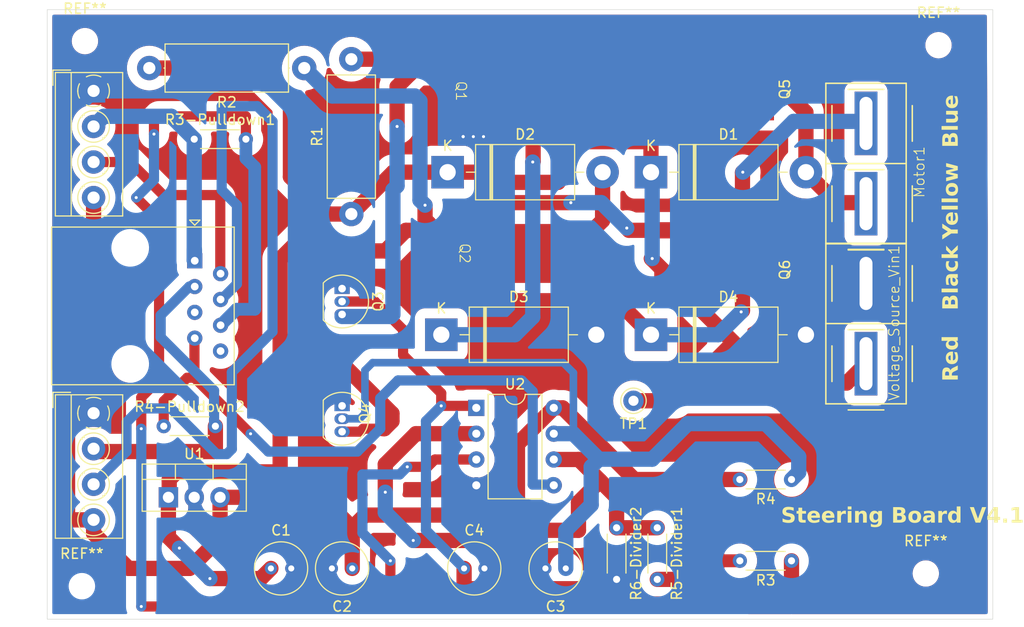
<source format=kicad_pcb>
(kicad_pcb (version 20221018) (generator pcbnew)
  (title_block (date "22 February 2025") (rev "8"))
  (layers (0 "F.Cu" signal) (31 "B.Cu" signal) (34 "B.Paste" user) (35 "F.Paste" user) (36 "B.SilkS" user "B.Silkscreen") (37 "F.SilkS" user "F.Silkscreen") (38 "B.Mask" user) (39 "F.Mask" user) (44 "Edge.Cuts" user))
  (net 0 "")
  (net 1 "V_{Supply}")
  (net 2 "GND")
  (net 3 "5 VDC")
  (net 4 "Net-(Q4-G)")
  (net 5 "Net-(Q3-G)")
  (net 6 "/L_Sense")
  (net 7 "Net-(Q1-G)")
  (net 8 "Net-(Q2-G)")
  (net 9 "/R_TN")
  (net 10 "L_TN")
  (net 11 "1.8 VDC")
  (net 14 "LOAD_LEFT")
  (net 15 "LOAD_RIGHT")
  (net 16 "/R_Sense")
  (net 17 "/L_RTN")
  (net 18 "/R_RTN")
  (footprint "Connector_RJ:RJ45_Amphenol_54602-x08_Horizontal" (layer "F.Cu") (at 29.6 40.2175 -90)
    (fp_text reference "RJ1" hide)
    (fp_text value "RJ45" hide)
    (pad "" np_thru_hole circle (at -1.27 6.35 270) (size 3.2 3.2) (drill 3.2) (layers "F&B.Cu" "*.Mask"))
    (pad "" np_thru_hole circle (at 10.16 6.35 270) (size 3.2 3.2) (drill 3.2) (layers "F&B.Cu" "*.Mask"))
    (pad "1" thru_hole rect (at 0 0 270) (size 1.5 1.5) (drill 0.76) (layers "*.Cu" "*.Mask") (net 17 "/L_RTN"))
    (pad "2" thru_hole circle (at 1.27 -2.54 270) (size 1.5 1.5) (drill 0.76) (layers "*.Cu" "*.Mask") (net 6 "/L_Sense"))
    (pad "3" thru_hole circle (at 2.54 0 270) (size 1.5 1.5) (drill 0.76) (layers "*.Cu" "*.Mask") (net 18 "/R_RTN"))
    (pad "4" thru_hole circle (at 3.81 -2.54 270) (size 1.5 1.5) (drill 0.76) (layers "*.Cu" "*.Mask") (net 16 "/R_Sense"))
    (pad "5" thru_hole circle (at 5.08 0 270) (size 1.5 1.5) (drill 0.76) (layers "*.Cu" "*.Mask"))
    (pad "6" thru_hole circle (at 6.35 -2.54 270) (size 1.5 1.5) (drill 0.76) (layers "*.Cu" "*.Mask") (net 9 "/R_TN"))
    (pad "7" thru_hole circle (at 7.62 0 270) (size 1.5 1.5) (drill 0.76) (layers "*.Cu" "*.Mask") (net 10 "L_TN"))
    (pad "8" thru_hole circle (at 8.89 -2.54 270) (size 1.5 1.5) (drill 0.76) (layers "*.Cu" "*.Mask"))
  )
  (footprint "AOD66406:AOD66406" (layer "F.Cu") (at 55.01 39.5 -90)
    (fp_text reference "Q2" (at -0.01 -1.15 -90 unlocked) (layer "F.SilkS") (effects (font (thickness 0.1))))
    (fp_text value "AOD66406")
    (pad "1" smd rect (at -0.0002 -7.87 270) (size 5.8 6.2) (layers "F.Cu" "F.Paste" "F.Mask") (net 15 "LOAD_RIGHT"))
    (pad "2" smd rect (at -2.2802 -0.69 270) (size 1.6 3) (layers "F.Cu" "F.Paste" "F.Mask") (net 8 "Net-(Q2-G)"))
    (pad "3" smd rect (at 2.2798 -0.69 270) (size 1.6 3) (layers "F.Cu" "F.Paste" "F.Mask") (net 2 "GND"))
  )
  (footprint "Resistor_THT:R_Axial_DIN0204_L3.6mm_D1.6mm_P5.08mm_Horizontal" (layer "F.Cu") (at 26.55 56.5)
    (fp_text reference "R4-Pulldown2" (at 2.54 -1.92) (layer "F.SilkS"))
    (fp_text value "10K")
    (pad "1" thru_hole circle (at 0 0) (size 1.4 1.4) (drill 0.7) (layers "*.Cu" "*.Mask") (net 10 "L_TN"))
    (pad "2" thru_hole oval (at 5.08 0) (size 1.4 1.4) (drill 0.7) (layers "*.Cu" "*.Mask") (net 18 "/R_RTN"))
  )
  (footprint "Resistor_THT:R_Axial_DIN0414_L11.9mm_D4.5mm_P15.24mm_Horizontal" (layer "F.Cu") (at 40.37 21.25 180)
    (fp_text reference "R2" (at 7.62 -3.37 180) (layer "F.SilkS"))
    (fp_text value "1K")
    (pad "1" thru_hole circle (at 0 0 180) (size 2.4 2.4) (drill 1.2) (layers "*.Cu" "*.Mask") (net 8 "Net-(Q2-G)"))
    (pad "2" thru_hole oval (at 15.24 0 180) (size 2.4 2.4) (drill 1.2) (layers "*.Cu" "*.Mask") (net 1 "V_{Supply}"))
  )
  (footprint "TerminalBlock_MetzConnect:TerminalBlock_MetzConnect_Type059_RT06304HBWC_1x04_P3.50mm_Horizontal" (layer "F.Cu") (at 19.65 55.22 -90)
    (fp_text reference "Right1" hide)
    (fp_text value "Screw_Terminal_01x04")
    (pad "1" thru_hole rect (at 0 0 270) (size 2.3 2.3) (drill 1.2) (layers "*.Cu" "*.Mask") (net 2 "GND"))
    (pad "2" thru_hole circle (at 3.5 0 270) (size 2.3 2.3) (drill 1.2) (layers "*.Cu" "*.Mask") (net 18 "/R_RTN"))
    (pad "3" thru_hole circle (at 7 0 270) (size 2.3 2.3) (drill 1.2) (layers "*.Cu" "*.Mask") (net 16 "/R_Sense"))
    (pad "4" thru_hole circle (at 10.5 0 270) (size 2.3 2.3) (drill 1.2) (layers "*.Cu" "*.Mask") (net 3 "5 VDC"))
  )
  (footprint "Package_TO_SOT_THT:TO-220-3_Vertical" (layer "F.Cu") (at 27.01 63.5)
    (fp_text reference "U1" (at 2.54 -4.27) (layer "F.SilkS"))
    (fp_text value "L7805")
    (pad "1" thru_hole rect (at 0 0) (size 1.905 2) (drill 1.1) (layers "*.Cu" "*.Mask") (net 1 "V_{Supply}"))
    (pad "2" thru_hole oval (at 2.54 0) (size 1.905 2) (drill 1.1) (layers "*.Cu" "*.Mask") (net 2 "GND"))
    (pad "3" thru_hole oval (at 5.08 0) (size 1.905 2) (drill 1.1) (layers "*.Cu" "*.Mask") (net 3 "5 VDC"))
  )
  (footprint "Connector_Pin:Pin_D1.0mm_L10.0mm" (layer "F.Cu") (at 72.75 54)
    (fp_text reference "TP1" (at 0 2.25) (layer "F.SilkS"))
    (fp_text value "TestPoint")
    (pad "1" thru_hole circle (at 0 0) (size 2 2) (drill 1) (layers "*.Cu" "*.Mask") (net 1 "V_{Supply}"))
  )
  (footprint "TerminalBlock_MetzConnect:TerminalBlock_MetzConnect_Type059_RT06304HBWC_1x04_P3.50mm_Horizontal" (layer "F.Cu") (at 19.65 23.5 -90)
    (fp_text reference "Left1" hide)
    (fp_text value "Screw_Terminal_01x04")
    (pad "1" thru_hole rect (at 0 0 270) (size 2.3 2.3) (drill 1.2) (layers "*.Cu" "*.Mask") (net 2 "GND"))
    (pad "2" thru_hole circle (at 3.5 0 270) (size 2.3 2.3) (drill 1.2) (layers "*.Cu" "*.Mask") (net 17 "/L_RTN"))
    (pad "3" thru_hole circle (at 7 0 270) (size 2.3 2.3) (drill 1.2) (layers "*.Cu" "*.Mask") (net 6 "/L_Sense"))
    (pad "4" thru_hole circle (at 10.5 0 270) (size 2.3 2.3) (drill 1.2) (layers "*.Cu" "*.Mask") (net 3 "5 VDC"))
  )
  (footprint "Package_TO_SOT_THT:TO-92_Inline" (layer "F.Cu") (at 44.09 42.96 -90)
    (fp_text reference "Q3" (at 1.27 -3.56 90) (layer "F.SilkS"))
    (fp_text value "2N7000")
    (pad "1" thru_hole rect (at 0 0 270) (size 1.05 1.5) (drill 0.75) (layers "*.Cu" "*.Mask") (net 2 "GND"))
    (pad "2" thru_hole oval (at 1.27 0 270) (size 1.05 1.5) (drill 0.75) (layers "*.Cu" "*.Mask") (net 5 "Net-(Q3-G)"))
    (pad "3" thru_hole oval (at 2.54 0 270) (size 1.05 1.5) (drill 0.75) (layers "*.Cu" "*.Mask") (net 7 "Net-(Q1-G)"))
  )
  (footprint "MountingHole:MountingHole_2.1mm" (layer "F.Cu") (at 101.5 71)
    (fp_text reference "REF**" (at 0 -3.2) (layer "F.SilkS"))
    (fp_text value "MountingHole_2.1mm")
    (pad "" np_thru_hole circle (at 0 0) (size 2.1 2.1) (drill 2.1) (layers "F&B.Cu" "*.Mask"))
  )
  (footprint "Diode_THT:D_DO-201AD_P15.24mm_Horizontal" (layer "F.Cu") (at 54.47 31.5)
    (fp_text reference "D2" (at 7.62 -3.72) (layer "F.SilkS"))
    (fp_text value "SB5H100")
    (fp_text user "K" (at 0 -2.6) (layer "F.SilkS"))
    (pad "1" thru_hole rect (at 0 0) (size 3.2 3.2) (drill 1.6) (layers "*.Cu" "*.Mask") (net 1 "V_{Supply}"))
    (pad "2" thru_hole oval (at 15.24 0) (size 3.2 3.2) (drill 1.6) (layers "*.Cu" "*.Mask") (net 15 "LOAD_RIGHT"))
  )
  (footprint "Diode_THT:D_DO-201AD_P15.24mm_Horizontal" (layer "F.Cu") (at 53.85 47.5)
    (fp_text reference "D3" (at 7.62 -3.72) (layer "F.SilkS"))
    (fp_text value "SB5H100")
    (fp_text user "K" (at 0 -2.6) (layer "F.SilkS"))
    (pad "1" thru_hole rect (at 0 0) (size 3.2 3.2) (drill 1.6) (layers "*.Cu" "*.Mask") (net 14 "LOAD_LEFT"))
    (pad "2" thru_hole oval (at 15.24 0) (size 3.2 3.2) (drill 1.6) (layers "*.Cu" "*.Mask") (net 2 "GND"))
  )
  (footprint "Resistor_THT:R_Axial_DIN0414_L11.9mm_D4.5mm_P15.24mm_Horizontal" (layer "F.Cu") (at 45 35.62 90)
    (fp_text reference "R1" (at 7.62 -3.37 90) (layer "F.SilkS"))
    (fp_text value "1K")
    (pad "1" thru_hole circle (at 0 0 90) (size 2.4 2.4) (drill 1.2) (layers "*.Cu" "*.Mask") (net 1 "V_{Supply}"))
    (pad "2" thru_hole oval (at 15.24 0 90) (size 2.4 2.4) (drill 1.2) (layers "*.Cu" "*.Mask") (net 7 "Net-(Q1-G)"))
  )
  (footprint "Resistor_THT:R_Axial_DIN0204_L3.6mm_D1.6mm_P5.08mm_Horizontal" (layer "F.Cu") (at 88.29 61.75 180)
    (fp_text reference "R4" (at 2.54 -1.92 180) (layer "F.SilkS"))
    (fp_text value "10k")
    (pad "1" thru_hole circle (at 0 0 180) (size 1.4 1.4) (drill 0.7) (layers "*.Cu" "*.Mask") (net 4 "Net-(Q4-G)"))
    (pad "2" thru_hole oval (at 5.08 0 180) (size 1.4 1.4) (drill 0.7) (layers "*.Cu" "*.Mask") (net 3 "5 VDC"))
  )
  (footprint "Capacitor_THT:C_Radial_D5.0mm_H7.0mm_P2.00mm" (layer "F.Cu") (at 56.09 70.5)
    (fp_text reference "C4" (at 1 -3.75) (layer "F.SilkS"))
    (fp_text value "10pF")
    (pad "1" thru_hole circle (at 0 0) (size 1.2 1.2) (drill 0.6) (layers "*.Cu" "*.Mask") (net 5 "Net-(Q3-G)"))
    (pad "2" thru_hole circle (at 2 0) (size 1.2 1.2) (drill 0.6) (layers "*.Cu" "*.Mask") (net 2 "GND"))
  )
  (footprint "Package_DIP:DIP-8_W7.62mm" (layer "F.Cu") (at 57.29 54.7)
    (fp_text reference "U2" (at 3.81 -2.33) (layer "F.SilkS"))
    (fp_text value "LM393")
    (pad "1" thru_hole rect (at 0 0) (size 1.6 1.6) (drill 0.8) (layers "*.Cu" "*.Mask") (net 5 "Net-(Q3-G)"))
    (pad "2" thru_hole oval (at 0 2.54) (size 1.6 1.6) (drill 0.8) (layers "*.Cu" "*.Mask") (net 11 "1.8 VDC"))
    (pad "3" thru_hole oval (at 0 5.08) (size 1.6 1.6) (drill 0.8) (layers "*.Cu" "*.Mask") (net 9 "/R_TN"))
    (pad "4" thru_hole oval (at 0 7.62) (size 1.6 1.6) (drill 0.8) (layers "*.Cu" "*.Mask") (net 2 "GND"))
    (pad "5" thru_hole oval (at 7.62 7.62) (size 1.6 1.6) (drill 0.8) (layers "*.Cu" "*.Mask") (net 10 "L_TN"))
    (pad "6" thru_hole oval (at 7.62 5.08) (size 1.6 1.6) (drill 0.8) (layers "*.Cu" "*.Mask") (net 11 "1.8 VDC"))
    (pad "7" thru_hole oval (at 7.62 2.54) (size 1.6 1.6) (drill 0.8) (layers "*.Cu" "*.Mask") (net 4 "Net-(Q4-G)"))
    (pad "8" thru_hole oval (at 7.62 0) (size 1.6 1.6) (drill 0.8) (layers "*.Cu" "*.Mask") (net 3 "5 VDC"))
  )
  (footprint "Anderson_Connector:Anderson_Conn" (layer "F.Cu") (at 101.83 30.65 90)
    (fp_text reference "Motor1" (at -0.84 -0.9625 90 unlocked) (layer "F.SilkS") (effects (font (thickness 0.1))))
    (fp_text value "Conn_01x02")
    (pad "1" thru_hole rect (at -3.95 -6.21 90) (size 6.25 2.25) (drill oval 5.23 1.27) (layers "*.Cu" "*.Mask") (net 14 "LOAD_LEFT"))
    (pad "2" thru_hole rect (at 3.95 -6.21 90) (size 6.25 2.25) (drill oval 5.23 1.27) (layers "*.Cu" "*.Mask") (net 15 "LOAD_RIGHT"))
  )
  (footprint "Capacitor_THT:C_Radial_D5.0mm_H7.0mm_P2.00mm" (layer "F.Cu") (at 66.09 70.5 180)
    (fp_text reference "C3" (at 1 -3.75) (layer "F.SilkS"))
    (fp_text value "10pF")
    (pad "1" thru_hole circle (at 0 0 180) (size 1.2 1.2) (drill 0.6) (layers "*.Cu" "*.Mask") (net 4 "Net-(Q4-G)"))
    (pad "2" thru_hole circle (at 2 0 180) (size 1.2 1.2) (drill 0.6) (layers "*.Cu" "*.Mask") (net 2 "GND"))
  )
  (footprint "Resistor_THT:R_Axial_DIN0204_L3.6mm_D1.6mm_P5.08mm_Horizontal" (layer "F.Cu") (at 71.09 66.5 -90)
    (fp_text reference "R6-Divider2" (at 2.54 -1.92 90) (layer "F.SilkS"))
    (fp_text value "4.7K")
    (pad "1" thru_hole circle (at 0 0 270) (size 1.4 1.4) (drill 0.7) (layers "*.Cu" "*.Mask") (net 11 "1.8 VDC"))
    (pad "2" thru_hole oval (at 5.08 0 270) (size 1.4 1.4) (drill 0.7) (layers "*.Cu" "*.Mask") (net 2 "GND"))
  )
  (footprint "MountingHole:MountingHole_2.1mm" (layer "F.Cu") (at 18.8 18.6)
    (fp_text reference "REF**" (at 0 -3.2) (layer "F.SilkS"))
    (fp_text value "MountingHole_2.1mm")
    (pad "" np_thru_hole circle (at 0 0) (size 2.1 2.1) (drill 2.1) (layers "F&B.Cu" "*.Mask"))
  )
  (footprint "Capacitor_THT:C_Radial_D5.0mm_H7.0mm_P2.00mm" (layer "F.Cu") (at 45.09 70.5 180)
    (fp_text reference "C2" (at 1 -3.75) (layer "F.SilkS"))
    (fp_text value "0.1uF")
    (pad "1" thru_hole circle (at 0 0 180) (size 1.2 1.2) (drill 0.6) (layers "*.Cu" "*.Mask") (net 3 "5 VDC"))
    (pad "2" thru_hole circle (at 2 0 180) (size 1.2 1.2) (drill 0.6) (layers "*.Cu" "*.Mask") (net 2 "GND"))
  )
  (footprint "Anderson_Connector:Anderson_Conn" (layer "F.Cu") (at 101.83 46.4 90)
    (fp_text reference "Voltage_Source_Vin1" (at 0.05 -3.44 90 unlocked) (layer "F.SilkS") (effects (font (thickness 0.1))))
    (fp_text value "Conn_01x02")
    (pad "1" thru_hole rect (at -3.95 -6.21 90) (size 6.25 2.25) (drill oval 5.23 1.27) (layers "*.Cu" "*.Mask") (net 1 "V_{Supply}"))
    (pad "2" thru_hole rect (at 3.95 -6.21 90) (size 6.25 2.25) (drill oval 5.23 1.27) (layers "*.Cu" "*.Mask") (net 2 "GND"))
  )
  (footprint "Resistor_THT:R_Axial_DIN0204_L3.6mm_D1.6mm_P5.08mm_Horizontal" (layer "F.Cu") (at 29.55 28.25)
    (fp_text reference "R3-Pulldown1" (at 2.54 -1.92) (layer "F.SilkS"))
    (fp_text value "10K")
    (pad "1" thru_hole circle (at 0 0) (size 1.4 1.4) (drill 0.7) (layers "*.Cu" "*.Mask") (net 17 "/L_RTN"))
    (pad "2" thru_hole oval (at 5.08 0) (size 1.4 1.4) (drill 0.7) (layers "*.Cu" "*.Mask") (net 9 "/R_TN"))
  )
  (footprint "Package_TO_SOT_THT:TO-92_Inline" (layer "F.Cu") (at 44.09 54.5 -90)
    (fp_text reference "Q4" (at 0.75 -2.25 90) (layer "F.SilkS"))
    (fp_text value "2N7000")
    (pad "1" thru_hole rect (at 0 0 270) (size 1.05 1.5) (drill 0.75) (layers "*.Cu" "*.Mask") (net 2 "GND"))
    (pad "2" thru_hole oval (at 1.27 0 270) (size 1.05 1.5) (drill 0.75) (layers "*.Cu" "*.Mask") (net 4 "Net-(Q4-G)"))
    (pad "3" thru_hole oval (at 2.54 0 270) (size 1.05 1.5) (drill 0.75) (layers "*.Cu" "*.Mask") (net 8 "Net-(Q2-G)"))
  )
  (footprint "AOD4189:DPACK" (layer "F.Cu") (at 81.09 39.5 -90)
    (fp_text reference "Q6" (at 1.61 -6.54 90) (layer "F.SilkS"))
    (fp_text value "AOD4189")
    (pad "1" smd rect (at -2.28 4.8 270) (size 1.6 3) (layers "F.Cu" "F.Paste" "F.Mask") (net 8 "Net-(Q2-G)"))
    (pad "3" smd rect (at 2.28 4.8 270) (size 1.6 3) (layers "F.Cu" "F.Paste" "F.Mask") (net 1 "V_{Supply}"))
    (pad "4" smd rect (at 0 -2.38 270) (size 5.8 6.2) (layers "F.Cu" "F.Paste" "F.Mask") (net 15 "LOAD_RIGHT"))
  )
  (footprint "Resistor_THT:R_Axial_DIN0204_L3.6mm_D1.6mm_P5.08mm_Horizontal" (layer "F.Cu") (at 88.29 69.75 180)
    (fp_text reference "R3" (at 2.54 -1.92 180) (layer "F.SilkS"))
    (fp_text value "10k")
    (pad "1" thru_hole circle (at 0 0 180) (size 1.4 1.4) (drill 0.7) (layers "*.Cu" "*.Mask") (net 5 "Net-(Q3-G)"))
    (pad "2" thru_hole oval (at 5.08 0 180) (size 1.4 1.4) (drill 0.7) (layers "*.Cu" "*.Mask") (net 3 "5 VDC"))
  )
  (footprint "Diode_THT:D_DO-201AD_P15.24mm_Horizontal" (layer "F.Cu") (at 74.47 47.5)
    (fp_text reference "D4" (at 7.62 -3.72) (layer "F.SilkS"))
    (fp_text value "SB5H100")
    (fp_text user "K" (at 0 -2.6) (layer "F.SilkS"))
    (pad "1" thru_hole rect (at 0 0) (size 3.2 3.2) (drill 1.6) (layers "*.Cu" "*.Mask") (net 15 "LOAD_RIGHT"))
    (pad "2" thru_hole oval (at 15.24 0) (size 3.2 3.2) (drill 1.6) (layers "*.Cu" "*.Mask") (net 2 "GND"))
  )
  (footprint "MountingHole:MountingHole_2.1mm" (layer "F.Cu") (at 18.5 72.25)
    (fp_text reference "REF**" (at 0 -3.2) (layer "F.SilkS"))
    (fp_text value "MountingHole_2.1mm")
    (pad "" np_thru_hole circle (at 0 0) (size 2.1 2.1) (drill 2.1) (layers "*.Cu" "*.Mask"))
  )
  (footprint "AOD4189:DPACK" (layer "F.Cu") (at 81.09 23.5 -90)
    (fp_text reference "Q5" (at -0.17 -6.54 90) (layer "F.SilkS"))
    (fp_text value "AOD4189")
    (pad "1" smd rect (at -2.28 4.8 270) (size 1.6 3) (layers "F.Cu" "F.Paste" "F.Mask") (net 7 "Net-(Q1-G)"))
    (pad "3" smd rect (at 2.28 4.8 270) (size 1.6 3) (layers "F.Cu" "F.Paste" "F.Mask") (net 1 "V_{Supply}"))
    (pad "4" smd rect (at 0 -2.38 270) (size 5.8 6.2) (layers "F.Cu" "F.Paste" "F.Mask") (net 14 "LOAD_LEFT"))
  )
  (footprint "MountingHole:MountingHole_2.1mm" (layer "F.Cu") (at 102.75 19)
    (fp_text reference "REF**" (at 0 -3.2) (layer "F.SilkS"))
    (fp_text value "MountingHole_2.1mm")
    (pad "" np_thru_hole circle (at 0 0) (size 2.1 2.1) (drill 2.1) (layers "F&B.Cu" "*.Mask"))
  )
  (footprint "Resistor_THT:R_Axial_DIN0204_L3.6mm_D1.6mm_P5.08mm_Horizontal" (layer "F.Cu") (at 75.09 66.5 -90)
    (fp_text reference "R5-Divider1" (at 2.54 -1.92 90) (layer "F.SilkS"))
    (fp_text value "10K")
    (pad "1" thru_hole circle (at 0 0 270) (size 1.4 1.4) (drill 0.7) (layers "*.Cu" "*.Mask") (net 11 "1.8 VDC"))
    (pad "2" thru_hole oval (at 5.08 0 270) (size 1.4 1.4) (drill 0.7) (layers "*.Cu" "*.Mask") (net 3 "5 VDC"))
  )
  (footprint "AOD66406:AOD66406" (layer "F.Cu") (at 55.01 23.5 -90)
    (fp_text reference "Q1" (at 0.02 -0.79 -90 unlocked) (layer "F.SilkS") (effects (font (thickness 0.1))))
    (fp_text value "AOD66406")
    (pad "1" smd rect (at -0.0002 -7.87 270) (size 5.8 6.2) (layers "F.Cu" "F.Paste" "F.Mask") (net 14 "LOAD_LEFT"))
    (pad "2" smd rect (at -2.2802 -0.69 270) (size 1.6 3) (layers "F.Cu" "F.Paste" "F.Mask") (net 7 "Net-(Q1-G)"))
    (pad "3" smd rect (at 2.2798 -0.69 270) (size 1.6 3) (layers "F.Cu" "F.Paste" "F.Mask") (net 2 "GND"))
  )
  (footprint "Diode_THT:D_DO-201AD_P15.24mm_Horizontal" (layer "F.Cu") (at 74.47 31.5)
    (fp_text reference "D1" (at 7.62 -3.72) (layer "F.SilkS"))
    (fp_text value "SB5H100")
    (fp_text user "K" (at 0 -2.6) (layer "F.SilkS"))
    (pad "1" thru_hole rect (at 0 0) (size 3.2 3.2) (drill 1.6) (layers "*.Cu" "*.Mask") (net 1 "V_{Supply}"))
    (pad "2" thru_hole oval (at 15.24 0) (size 3.2 3.2) (drill 1.6) (layers "*.Cu" "*.Mask") (net 14 "LOAD_LEFT"))
  )
  (footprint "Capacitor_THT:C_Radial_D5.0mm_H7.0mm_P2.00mm" (layer "F.Cu") (at 37.09 70.5)
    (fp_text reference "C1" (at 1 -3.75) (layer "F.SilkS"))
    (fp_text value "0.33uF")
    (pad "1" thru_hole circle (at 0 0) (size 1.2 1.2) (drill 0.6) (layers "*.Cu" "*.Mask") (net 1 "V_{Supply}"))
    (pad "2" thru_hole circle (at 2 0) (size 1.2 1.2) (drill 0.6) (layers "*.Cu" "*.Mask") (net 2 "GND"))
  )
  (gr_rect (start 15.09 15.5) (end 108.09 75.5) (stroke (width 0.05)) (fill none) (layer "Edge.Cuts"))
  (gr_text "Blue" (at 104.9 29.1 90) (layer "F.SilkS") (effects (font (size 1.5 1.5) (thickness 0.3) bold) (justify left bottom)))
  (gr_text "Yellow" (at 104.9 38.1 90) (layer "F.SilkS") (effects (font (size 1.5 1.5) (thickness 0.3) bold) (justify left bottom)))
  (gr_text "Black" (at 104.9 45.1 90) (layer "F.SilkS") (effects (font (size 1.5 1.5) (thickness 0.3) bold) (justify left bottom)))
  (gr_text "Red" (at 104.9 52.1 90) (layer "F.SilkS") (effects (font (size 1.5 1.5) (thickness 0.3) bold) (justify left bottom)))
  (gr_text "Steering Board V4.1" (at 87.25 66.25) (layer "F.SilkS") (effects (font (size 1.5 1.5) (thickness 0.25) bold) (justify left bottom)))
  (segment (start 76.06 25.78) (end 74.47 27.37) (width 1.5) (layer "F.Cu") (net 1))
  (segment (start 36.09 71.5) (end 37.09 70.5) (width 1.5) (layer "F.Cu") (net 1))
  (segment (start 74.59 40) (end 74.51 40) (width 1.5) (layer "F.Cu") (net 1))
  (segment (start 87 53.5) (end 88.25 52.25) (width 1.5) (layer "F.Cu") (net 1))
  (segment (start 76.29 25.78) (end 76.06 25.78) (width 1.5) (layer "F.Cu") (net 1))
  (segment (start 60.59 32.5) (end 65.34 32.5) (width 1.5) (layer "F.Cu") (net 1))
  (segment (start 76.29 41.78) (end 76.29 41.95) (width 1.5) (layer "F.Cu") (net 1))
  (segment (start 49.12 31.5) (end 45 35.62) (width 1.5) (layer "F.Cu") (net 1))
  (segment (start 27.09 61.75) (end 27.09 63.42) (width 1.5) (layer "F.Cu") (net 1))
  (segment (start 27.01 67.42) (end 28.09 68.5) (width 1.5) (layer "F.Cu") (net 1))
  (segment (start 39.01 31.96) (end 39.01 24.76) (width 1.5) (layer "F.Cu") (net 1))
  (segment (start 27.84 61) (end 27.09 61.75) (width 1.5) (layer "F.Cu") (net 1))
  (segment (start 39.01 24.76) (end 35.5 21.25) (width 1.5) (layer "F.Cu") (net 1))
  (segment (start 66.84 28.5) (end 74.47 28.5) (width 1.5) (layer "F.Cu") (net 1))
  (segment (start 35.5 21.25) (end 25.13 21.25) (width 1.5) (layer "F.Cu") (net 1))
  (segment (start 27.01 63.5) (end 27.01 67.42) (width 1.5) (layer "F.Cu") (net 1))
  (segment (start 65.34 32.5) (end 65.34 30) (width 1.5) (layer "F.Cu") (net 1))
  (segment (start 45 35.62) (end 42.67 35.62) (width 1.5) (layer "F.Cu") (net 1))
  (segment (start 82.59 48.25) (end 77.34 53.5) (width 1.5) (layer "F.Cu") (net 1))
  (segment (start 42.55 35.5) (end 38 40.05) (width 1.5) (layer "F.Cu") (net 1))
  (segment (start 74.59 40.08) (end 74.59 40) (width 1.5) (layer "F.Cu") (net 1))
  (segment (start 88.25 52.25) (end 93.72 52.25) (width 1.5) (layer "F.Cu") (net 1))
  (segment (start 74.47 28.5) (end 74.47 31.5) (width 1.5) (layer "F.Cu") (net 1))
  (segment (start 31.09 71.5) (end 36.09 71.5) (width 1.5) (layer "F.Cu") (net 1))
  (segment (start 38 40.05) (end 38 61) (width 1.5) (layer "F.Cu") (net 1))
  (segment (start 74.51 40) (end 74.59 40.08) (width 1.5) (layer "F.Cu") (net 1))
  (segment (start 76.29 41.95) (end 82.59 48.25) (width 1.5) (layer "F.Cu") (net 1))
  (segment (start 38 61) (end 27.84 61) (width 1.5) (layer "F.Cu") (net 1))
  (segment (start 77.34 53.5) (end 76.84 54) (width 1.5) (layer "F.Cu") (net 1))
  (segment (start 65.34 30) (end 66.84 28.5) (width 1.5) (layer "F.Cu") (net 1))
  (segment (start 76.84 54) (end 72.75 54) (width 1.5) (layer "F.Cu") (net 1))
  (segment (start 77.34 53.5) (end 87 53.5) (width 1.5) (layer "F.Cu") (net 1))
  (segment (start 42.67 35.62) (end 39.01 31.96) (width 1.5) (layer "F.Cu") (net 1))
  (segment (start 74.47 27.37) (end 74.47 28.5) (width 1.5) (layer "F.Cu") (net 1))
  (segment (start 76.29 41.78) (end 74.59 40.08) (width 1.5) (layer "F.Cu") (net 1))
  (segment (start 54.47 31.5) (end 49.12 31.5) (width 1.5) (layer "F.Cu") (net 1))
  (segment (start 59.59 31.5) (end 60.59 32.5) (width 1.5) (layer "F.Cu") (net 1))
  (segment (start 93.72 52.25) (end 95.62 50.35) (width 1.5) (layer "F.Cu") (net 1))
  (segment (start 54.47 31.5) (end 59.59 31.5) (width 1.5) (layer "F.Cu") (net 1))
  (segment (start 27.09 63.42) (end 27.01 63.5) (width 1.5) (layer "F.Cu") (net 1))
  (via (at 74.59 40) (size 0.6) (drill 0.3) (layers "F.Cu" "B.Cu") (net 1))
  (via (at 28.09 68.5) (size 0.6) (drill 0.3) (layers "F.Cu" "B.Cu") (net 1))
  (via (at 31.09 71.5) (size 0.6) (drill 0.3) (layers "F.Cu" "B.Cu") (net 1))
  (segment (start 74.59 40) (end 74.59 31.62) (width 1.5) (layer "B.Cu") (net 1))
  (segment (start 28.09 68.5) (end 31.09 71.5) (width 1.5) (layer "B.Cu") (net 1))
  (segment (start 74.59 31.62) (end 74.47 31.5) (width 1.5) (layer "B.Cu") (net 1))
  (via (at 58 28) (size 0.6) (drill 0.3) (layers "F.Cu" "B.Cu") (net 2))
  (via (at 57 28) (size 0.6) (drill 0.3) (layers "F.Cu" "B.Cu") (net 2))
  (via (at 56 28) (size 0.6) (drill 0.3) (layers "F.Cu" "B.Cu") (net 2))
  (via (at 56 28) (size 0.6) (drill 0.3) (layers "F.Cu" "B.Cu") (net 2))
  (segment (start 23.09 70.5) (end 29.09 70.5) (width 1.5) (layer "F.Cu") (net 3))
  (segment (start 83.21 61.75) (end 80.93 61.75) (width 1.5) (layer "F.Cu") (net 3))
  (segment (start 17.31 65.72) (end 19.65 65.72) (width 1.5) (layer "F.Cu") (net 3))
  (segment (start 61.34 65.25) (end 61.34 58.27) (width 1.5) (layer "F.Cu") (net 3))
  (segment (start 79.85 71.58) (end 80.93 70.5) (width 1.5) (layer "F.Cu") (net 3))
  (segment (start 29.09 70.5) (end 32.09 67.5) (width 1.5) (layer "F.Cu") (net 3))
  (segment (start 32.09 67.5) (end 32.09 63.5) (width 1.5) (layer "F.Cu") (net 3))
  (segment (start 72.84 61.75) (end 80.93 61.75) (width 1.5) (layer "F.Cu") (net 3))
  (segment (start 17.09 65.5) (end 17.31 65.72) (width 1.5) (layer "F.Cu") (net 3))
  (segment (start 46.34 65.25) (end 61.34 65.25) (width 1.5) (layer "F.Cu") (net 3))
  (segment (start 80.93 69.75) (end 80.93 70.5) (width 1.5) (layer "F.Cu") (net 3))
  (segment (start 64.91 54.7) (end 65.79 54.7) (width 1.5) (layer "F.Cu") (net 3))
  (segment (start 75.09 71.58) (end 79.85 71.58) (width 1.5) (layer "F.Cu") (net 3))
  (segment (start 42.09 63.5) (end 45.09 66.5) (width 1.5) (layer "F.Cu") (net 3))
  (segment (start 80.93 61.75) (end 80.93 69.75) (width 1.5) (layer "F.Cu") (net 3))
  (segment (start 65.79 54.7) (end 72.84 61.75) (width 1.5) (layer "F.Cu") (net 3))
  (segment (start 19.65 65.72) (end 19.65 67.06) (width 1.5) (layer "F.Cu") (net 3))
  (segment (start 32.09 63.5) (end 42.09 63.5) (width 1.5) (layer "F.Cu") (net 3))
  (segment (start 17.09 52.5) (end 17.09 65.5) (width 1.5) (layer "F.Cu") (net 3))
  (segment (start 19.65 67.06) (end 23.09 70.5) (width 1.5) (layer "F.Cu") (net 3))
  (segment (start 45.09 66.5) (end 45.09 70.5) (width 1.5) (layer "F.Cu") (net 3))
  (segment (start 19.65 49.94) (end 17.09 52.5) (width 1.5) (layer "F.Cu") (net 3))
  (segment (start 19.65 34) (end 19.65 49.94) (width 1.5) (layer "F.Cu") (net 3))
  (segment (start 61.34 58.27) (end 64.91 54.7) (width 1.5) (layer "F.Cu") (net 3))
  (segment (start 45.09 66.5) (end 46.34 65.25) (width 1.5) (layer "F.Cu") (net 3))
  (segment (start 83.21 69.75) (end 80.93 69.75) (width 1.27) (layer "F.Cu") (net 3))
  (segment (start 68.59 64.25) (end 68.59 60.5) (width 1.5) (layer "B.Cu") (net 4))
  (segment (start 88.29 61.75) (end 89 61.04) (width 1.5) (layer "B.Cu") (net 4))
  (segment (start 66.83 57.24) (end 64.91 57.24) (width 1.5) (layer "B.Cu") (net 4))
  (segment (start 46.34 55.25) (end 46.34 51) (width 0.75) (layer "B.Cu") (net 4))
  (segment (start 74.59 59.75) (end 69.34 59.75) (width 1.5) (layer "B.Cu") (net 4))
  (segment (start 65.84 50.25) (end 66.84 51.25) (width 0.75) (layer "B.Cu") (net 4))
  (segment (start 89 59.5) (end 85.75 56.25) (width 1.5) (layer "B.Cu") (net 4))
  (segment (start 46.34 51) (end 47.09 50.25) (width 0.75) (layer "B.Cu") (net 4))
  (segment (start 66.84 57.23) (end 66.83 57.24) (width 0.75) (layer "B.Cu") (net 4))
  (segment (start 66.09 66.75) (end 68.59 64.25) (width 1.5) (layer "B.Cu") (net 4))
  (segment (start 89 61.04) (end 89 59.5) (width 1.5) (layer "B.Cu") (net 4))
  (segment (start 69.34 59.75) (end 66.83 57.24) (width 1.5) (layer "B.Cu") (net 4))
  (segment (start 47.09 50.25) (end 65.84 50.25) (width 0.75) (layer "B.Cu") (net 4))
  (segment (start 66.09 70.5) (end 66.09 66.75) (width 1.5) (layer "B.Cu") (net 4))
  (segment (start 66.84 51.25) (end 66.84 57.23) (width 0.75) (layer "B.Cu") (net 4))
  (segment (start 45.82 55.77) (end 46.34 55.25) (width 0.75) (layer "B.Cu") (net 4))
  (segment (start 44.09 55.77) (end 45.82 55.77) (width 0.75) (layer "B.Cu") (net 4))
  (segment (start 78.09 56.25) (end 74.59 59.75) (width 1.5) (layer "B.Cu") (net 4))
  (segment (start 68.59 60.5) (end 69.34 59.75) (width 1.5) (layer "B.Cu") (net 4))
  (segment (start 85.75 56.25) (end 78.09 56.25) (width 1.5) (layer "B.Cu") (net 4))
  (segment (start 56.09 70.5) (end 56.09 72.5) (width 1.5) (layer "F.Cu") (net 5))
  (segment (start 88.29 72.71) (end 88.25 72.75) (width 1.5) (layer "F.Cu") (net 5))
  (segment (start 88.29 69.75) (end 88.29 72.71) (width 1.5) (layer "F.Cu") (net 5))
  (segment (start 50.09 47) (end 50.09 49.5) (width 1) (layer "F.Cu") (net 5))
  (segment (start 53.84 53.25) (end 53.84 54.5) (width 1) (layer "F.Cu") (net 5))
  (segment (start 69.84 74) (end 82 74) (width 1.5) (layer "F.Cu") (net 5))
  (segment (start 82 74) (end 83.25 72.75) (width 1.5) (layer "F.Cu") (net 5))
  (segment (start 83.25 72.75) (end 88.25 72.75) (width 1.5) (layer "F.Cu") (net 5))
  (segment (start 47.32 44.23) (end 50.09 47) (width 1) (layer "F.Cu") (net 5))
  (segment (start 57.09 54.5) (end 57.29 54.7) (width 1) (layer "F.Cu") (net 5))
  (segment (start 68.34 72.5) (end 69.84 74) (width 1.5) (layer "F.Cu") (net 5))
  (segment (start 53.84 54.5) (end 57.09 54.5) (width 1) (layer "F.Cu") (net 5))
  (segment (start 56.09 72.5) (end 68.34 72.5) (width 1.5) (layer "F.Cu") (net 5))
  (segment (start 44.09 44.23) (end 47.32 44.23) (width 1) (layer "F.Cu") (net 5))
  (segment (start 50.09 49.5) (end 53.84 53.25) (width 1) (layer "F.Cu") (net 5))
  (via (at 53.84 54.5) (size 0.6) (drill 0.3) (layers "F.Cu" "B.Cu") (net 5))
  (segment (start 52.34 66.75) (end 56.09 70.5) (width 1) (layer "B.Cu") (net 5))
  (segment (start 53.84 54.5) (end 52.34 56) (width 1) (layer "B.Cu") (net 5))
  (segment (start 52.34 56) (end 52.34 66.75) (width 1) (layer "B.Cu") (net 5))
  (segment (start 31.84 33.75) (end 32.11 34.02) (width 1) (layer "F.Cu") (net 6))
  (segment (start 26.5 33.75) (end 31.84 33.75) (width 1) (layer "F.Cu") (net 6))
  (segment (start 19.65 30.5) (end 23.25 30.5) (width 1) (layer "F.Cu") (net 6))
  (segment (start 32.11 41.4575) (end 32.14 41.4875) (width 1) (layer "F.Cu") (net 6))
  (segment (start 32.11 34.02) (end 32.11 41.4575) (width 1) (layer "F.Cu") (net 6))
  (segment (start 23.25 30.5) (end 26.5 33.75) (width 1) (layer "F.Cu") (net 6))
  (segment (start 51.3702 21.2198) (end 55.7 21.2198) (width 1.5) (layer "F.Cu") (net 7))
  (segment (start 50.75 21.84) (end 51.3702 21.2198) (width 1.5) (layer "F.Cu") (net 7))
  (segment (start 48.88 20.38) (end 45 20.38) (width 1.5) (layer "F.Cu") (net 7))
  (segment (start 49.5 27) (end 49.5 23.09) (width 1.5) (layer "F.Cu") (net 7))
  (segment (start 50.34 21.84) (end 48.88 20.38) (width 1.5) (layer "F.Cu") (net 7))
  (segment (start 55.7 21.2198) (end 55.7 20.14) (width 1.5) (layer "F.Cu") (net 7))
  (segment (start 73.57 18.5) (end 76.29 21.22) (width 1.5) (layer "F.Cu") (net 7))
  (segment (start 50.75 21.84) (end 50.34 21.84) (width 1.5) (layer "F.Cu") (net 7))
  (segment (start 49.5 23.09) (end 50.75 21.84) (width 1.5) (layer "F.Cu") (net 7))
  (segment (start 57.34 18.5) (end 73.57 18.5) (width 1.5) (layer "F.Cu") (net 7))
  (segment (start 55.7 20.14) (end 57.34 18.5) (width 1.5) (layer "F.Cu") (net 7))
  (via (at 49.5 27) (size 0.6) (drill 0.3) (layers "F.Cu" "B.Cu") (net 7))
  (segment (start 49.09 45.5) (end 48.885 45.705) (width 1.5) (layer "B.Cu") (net 7))
  (segment (start 49.09 33.255836) (end 49.09 45.5) (width 1.5) (layer "B.Cu") (net 7))
  (segment (start 49.5 27) (end 49.5 32.845836) (width 1.5) (layer "B.Cu") (net 7))
  (segment (start 48.885 45.705) (end 44.09 45.705) (width 1.5) (layer "B.Cu") (net 7))
  (segment (start 49.5 32.845836) (end 49.09 33.255836) (width 1.5) (layer "B.Cu") (net 7))
  (segment (start 57.59 34.5) (end 66.59 34.5) (width 1.5) (layer "F.Cu") (net 8))
  (segment (start 76.29 37.22) (end 72.31 37.22) (width 1.5) (layer "F.Cu") (net 8))
  (segment (start 48.34 39.25) (end 50.3702 37.2198) (width 1.5) (layer "F.Cu") (net 8))
  (segment (start 53.3098 37.2198) (end 52.59 36.5) (width 1.5) (layer "F.Cu") (net 8))
  (segment (start 48.25 56.75) (end 49 56) (width 1.5) (layer "F.Cu") (net 8))
  (segment (start 49 55.25) (end 40.25 46.5) (width 1.5) (layer "F.Cu") (net 8))
  (segment (start 45.88 57.04) (end 44.09 57.04) (width 1) (layer "F.Cu") (net 8))
  (segment (start 52.25 36.16) (end 52.25 34.75) (width 1.5) (layer "F.Cu") (net 8))
  (segment (start 55.7 36.39) (end 56.84 35.25) (width 1.5) (layer "F.Cu") (net 8))
  (segment (start 55.7 37.2198) (end 53.3098 37.2198) (width 1.5) (layer "F.Cu") (net 8))
  (segment (start 46.17 56.75) (end 45.88 57.04) (width 1) (layer "F.Cu") (net 8))
  (segment (start 43 39.25) (end 48.34 39.25) (width 1.5) (layer "F.Cu") (net 8))
  (segment (start 56.84 35.25) (end 57.59 34.5) (width 1.5) (layer "F.Cu") (net 8))
  (segment (start 48.09 56.75) (end 48.25 56.75) (width 1.5) (layer "F.Cu") (net 8))
  (segment (start 50.3702 37.2198) (end 53.3098 37.2198) (width 1.5) (layer "F.Cu") (net 8))
  (segment (start 40.25 46.5) (end 40.25 42) (width 1.5) (layer "F.Cu") (net 8))
  (segment (start 48.09 56.75) (end 46.17 56.75) (width 1) (layer "F.Cu") (net 8))
  (segment (start 40.25 42) (end 43 39.25) (width 1.5) (layer "F.Cu") (net 8))
  (segment (start 52.59 36.5) (end 52.25 36.16) (width 1.5) (layer "F.Cu") (net 8))
  (segment (start 72.31 37.22) (end 72.09 37) (width 1.5) (layer "F.Cu") (net 8))
  (segment (start 49 56) (end 49 55.25) (width 1.5) (layer "F.Cu") (net 8))
  (segment (start 55.7 37.2198) (end 55.7 36.39) (width 1.5) (layer "F.Cu") (net 8))
  (via (at 72.09 37) (size 0.6) (drill 0.3) (layers "F.Cu" "B.Cu") (net 8))
  (via (at 66.59 34.5) (size 0.6) (drill 0.3) (layers "F.Cu" "B.Cu") (net 8))
  (via (at 52.25 34.75) (size 0.6) (drill 0.3) (layers "F.Cu" "B.Cu") (net 8))
  (segment (start 66.59 34.5) (end 69.59 34.5) (width 1.5) (layer "B.Cu") (net 8))
  (segment (start 51.75 34.25) (end 51.75 24.5) (width 1.5) (layer "B.Cu") (net 8))
  (segment (start 52.25 34.75) (end 51.75 34.25) (width 1.5) (layer "B.Cu") (net 8))
  (segment (start 51.75 24.5) (end 51.25 24) (width 1.5) (layer "B.Cu") (net 8))
  (segment (start 51.25 24) (end 43.12 24) (width 1.5) (layer "B.Cu") (net 8))
  (segment (start 69.59 34.5) (end 72.09 37) (width 1.5) (layer "B.Cu") (net 8))
  (segment (start 43.12 24) (end 40.37 21.25) (width 1.5) (layer "B.Cu") (net 8))
  (segment (start 34.63 26) (end 34.63 28.25) (width 1) (layer "F.Cu") (net 9))
  (segment (start 52.5 60.5) (end 50.5 60.5) (width 1) (layer "F.Cu") (net 9))
  (segment (start 25.59 27.75) (end 25.59 26.5) (width 1) (layer "F.Cu") (net 9))
  (segment (start 24.34 53.66) (end 26.09 51.91) (width 1) (layer "F.Cu") (net 9))
  (segment (start 53.22 59.78) (end 52.5 60.5) (width 1) (layer "F.Cu") (net 9))
  (segment (start 26.09 36.25) (end 23.84 34) (width 1) (layer "F.Cu") (net 9))
  (segment (start 48.84 74.25) (end 29.84 74.25) (width 1) (layer "F.Cu") (net 9))
  (segment (start 25.59 26.5) (end 26.09 26) (width 1) (layer "F.Cu") (net 9))
  (segment (start 29.84 74.25) (end 24.34 74.25) (width 1) (layer "F.Cu") (net 9))
  (segment (start 24.34 56.75) (end 24.34 53.66) (width 1) (layer "F.Cu") (net 9))
  (segment (start 48.84 69.75) (end 48.84 74.25) (width 1) (layer "F.Cu") (net 9))
  (segment (start 57.29 59.78) (end 53.22 59.78) (width 1) (layer "F.Cu") (net 9))
  (segment (start 26.09 51.91) (end 26.09 36.25) (width 1) (layer "F.Cu") (net 9))
  (segment (start 26.09 26) (end 34.63 26) (width 1) (layer "F.Cu") (net 9))
  (via (at 24.34 74.25) (size 0.6) (drill 0.3) (layers "F.Cu" "B.Cu") (net 9))
  (via (at 23.84 34) (size 0.6) (drill 0.3) (layers "F.Cu" "B.Cu") (net 9))
  (via (at 48.84 69.75) (size 0.6) (drill 0.3) (layers "F.Cu" "B.Cu") (net 9))
  (via (at 25.59 27.75) (size 0.6) (drill 0.3) (layers "F.Cu" "B.Cu") (net 9))
  (via (at 50.5 60.5) (size 0.6) (drill 0.3) (layers "F.Cu" "B.Cu") (net 9))
  (via (at 24.34 56.75) (size 0.6) (drill 0.3) (layers "F.Cu" "B.Cu") (net 9))
  (segment (start 35.5 44.9925) (end 33.715 44.9925) (width 1.25) (layer "B.Cu") (net 9))
  (segment (start 25.59 32.25) (end 25.59 27.75) (width 1) (layer "B.Cu") (net 9))
  (segment (start 24.34 74.25) (end 24.34 56.75) (width 1) (layer "B.Cu") (net 9))
  (segment (start 33.715 44.9925) (end 32.14 46.5675) (width 1.25) (layer "B.Cu") (net 9))
  (segment (start 50.5 60.5) (end 49.75 61.25) (width 1) (layer "B.Cu") (net 9))
  (segment (start 23.84 34) (end 25.59 32.25) (width 1) (layer "B.Cu") (net 9))
  (segment (start 46.09 67) (end 48.84 69.75) (width 1) (layer "B.Cu") (net 9))
  (segment (start 35.5 31) (end 35.5 44.9925) (width 1.25) (layer "B.Cu") (net 9))
  (segment (start 34.63 28.25) (end 34.63 30.13) (width 1.25) (layer "B.Cu") (net 9))
  (segment (start 49.75 61.25) (end 46.09 61.25) (width 1) (layer "B.Cu") (net 9))
  (segment (start 46.09 61.25) (end 46.09 67) (width 1) (layer "B.Cu") (net 9))
  (segment (start 34.63 30.13) (end 35.5 31) (width 1.25) (layer "B.Cu") (net 9))
  (segment (start 26.55 54.04) (end 26.55 56.5) (width 1) (layer "F.Cu") (net 10))
  (segment (start 29.57 47.8675) (end 29.57 51.73) (width 1) (layer "F.Cu") (net 10))
  (segment (start 29.6 47.8375) (end 29.57 47.8675) (width 1) (layer "F.Cu") (net 10))
  (segment (start 28.86 51.73) (end 26.55 54.04) (width 1) (layer "F.Cu") (net 10))
  (segment (start 35.09 57.25) (end 29.57 51.73) (width 1) (layer "F.Cu") (net 10))
  (segment (start 29.57 51.73) (end 28.86 51.73) (width 1) (layer "F.Cu") (net 10))
  (via (at 35.09 57.25) (size 0.6) (drill 0.3) (layers "F.Cu" "B.Cu") (net 10))
  (segment (start 45.59 59) (end 36.84 59) (width 1) (layer "B.Cu") (net 10))
  (segment (start 61.75 52) (end 62.84 53.09) (width 1) (layer "B.Cu") (net 10))
  (segment (start 47.84 56.75) (end 45.59 59) (width 1) (layer "B.Cu") (net 10))
  (segment (start 64.91 62.32) (end 64.84 62.25) (width 1.5) (layer "B.Cu") (net 10))
  (segment (start 62.84 53.09) (end 62.84 62.25) (width 1) (layer "B.Cu") (net 10))
  (segment (start 61.75 52) (end 49.59 52) (width 1) (layer "B.Cu") (net 10))
  (segment (start 62.84 62.25) (end 64.84 62.25) (width 1) (layer "B.Cu") (net 10))
  (segment (start 49.59 52) (end 47.84 53.75) (width 1) (layer "B.Cu") (net 10))
  (segment (start 36.84 59) (end 35.09 57.25) (width 1) (layer "B.Cu") (net 10))
  (segment (start 47.84 53.75) (end 47.84 56.75) (width 1) (layer "B.Cu") (net 10))
  (segment (start 62.84 66.75) (end 61.84 67.75) (width 1.5) (layer "F.Cu") (net 11))
  (segment (start 57.29 57.24) (end 51.35 57.24) (width 1.5) (layer "F.Cu") (net 11))
  (segment (start 67.34 64) (end 67.34 66.75) (width 1.5) (layer "F.Cu") (net 11))
  (segment (start 69.465 61.875) (end 67.34 64) (width 1.5) (layer "F.Cu") (net 11))
  (segment (start 71.09 66.5) (end 75.09 66.5) (width 1.5) (layer "F.Cu") (net 11))
  (segment (start 67.34 66.75) (end 62.84 66.75) (width 1.5) (layer "F.Cu") (net 11))
  (segment (start 67.37 59.78) (end 69.465 61.875) (width 1.5) (layer "F.Cu") (net 11))
  (segment (start 48.34 60.25) (end 48.34 62.75) (width 1.5) (layer "F.Cu") (net 11))
  (segment (start 51.35 57.24) (end 48.34 60.25) (width 1.5) (layer "F.Cu") (net 11))
  (segment (start 61.84 67.75) (end 51.09 67.75) (width 1.5) (layer "F.Cu") (net 11))
  (segment (start 71.09 63.5) (end 71.09 66.5) (width 1.5) (layer "F.Cu") (net 11))
  (segment (start 69.465 61.875) (end 71.09 63.5) (width 1.5) (layer "F.Cu") (net 11))
  (segment (start 64.91 59.78) (end 67.37 59.78) (width 1.5) (layer "F.Cu") (net 11))
  (via (at 48.34 63) (size 0.6) (drill 0.3) (layers "F.Cu" "B.Cu") (net 11))
  (via (at 51.09 67.75) (size 0.6) (drill 0.3) (layers "F.Cu" "B.Cu") (net 11))
  (segment (start 48.34 65) (end 48.34 63) (width 1.5) (layer "B.Cu") (net 11))
  (segment (start 51.09 67.75) (end 48.34 65) (width 1.5) (layer "B.Cu") (net 11))
  (segment (start 62.88 23.4998) (end 83.4698 23.4998) (width 1.5) (layer "F.Cu") (net 14))
  (segment (start 62.84 30.5) (end 62.88 30.46) (width 1.5) (layer "F.Cu") (net 14))
  (segment (start 95.52 34.5) (end 95.62 34.6) (width 1.5) (layer "F.Cu") (net 14))
  (segment (start 92.71 34.5) (end 95.52 34.5) (width 1.5) (layer "F.Cu") (net 14))
  (segment (start 89.71 25.62) (end 89.71 31.5) (width 1.5) (layer "F.Cu") (net 14))
  (segment (start 92.61 34.4) (end 92.71 34.5) (width 1.5) (layer "F.Cu") (net 14))
  (segment (start 89.71 31.5) (end 92.61 34.4) (width 1.5) (layer "F.Cu") (net 14))
  (segment (start 62.88 30.46) (end 62.88 23.4998) (width 1.5) (layer "F.Cu") (net 14))
  (segment (start 83.4698 23.4998) (end 83.47 23.5) (width 1.5) (layer "F.Cu") (net 14))
  (segment (start 87.59 23.5) (end 89.71 25.62) (width 1.5) (layer "F.Cu") (net 14))
  (segment (start 83.47 23.5) (end 87.59 23.5) (width 1.5) (layer "F.Cu") (net 14))
  (via (at 62.84 30.5) (size 0.6) (drill 0.3) (layers "F.Cu" "B.Cu") (net 14))
  (segment (start 62.84 45.75) (end 61.09 47.5) (width 1.5) (layer "B.Cu") (net 14))
  (segment (start 61.09 47.5) (end 53.85 47.5) (width 1.5) (layer "B.Cu") (net 14))
  (segment (start 62.84 30.5) (end 62.84 45.75) (width 1.5) (layer "B.Cu") (net 14))
  (segment (start 62.88 39.4998) (end 66.4698 39.4998) (width 1.5) (layer "F.Cu") (net 15))
  (segment (start 83.47 31.53) (end 83.5 31.5) (width 1.5) (layer "F.Cu") (net 15))
  (segment (start 69.71 36.2596) (end 66.4698 39.4998) (width 1.5) (layer "F.Cu") (net 15))
  (segment (start 66.4698 39.4998) (end 74.47 47.5) (width 1.5) (layer "F.Cu") (net 15))
  (segment (start 83.47 39.5) (end 83.47 45.12) (width 1.5) (layer "F.Cu") (net 15))
  (segment (start 69.71 31.5) (end 69.71 36.2596) (width 1.5) (layer "F.Cu") (net 15))
  (segment (start 83.47 45.12) (end 83.34 45.25) (width 1.5) (layer "F.Cu") (net 15))
  (segment (start 83.47 39.5) (end 83.47 31.53) (width 1.5) (layer "F.Cu") (net 15))
  (via (at 83.5 31.5) (size 0.6) (drill 0.3) (layers "F.Cu" "B.Cu") (net 15))
  (via (at 83.34 45.25) (size 0.6) (drill 0.3) (layers "F.Cu" "B.Cu") (net 15))
  (segment (start 95.42 26.5) (end 88.5 26.5) (width 1.5) (layer "B.Cu") (net 15))
  (segment (start 83.34 45.25) (end 81.09 47.5) (width 1.5) (layer "B.Cu") (net 15))
  (segment (start 95.62 26.7) (end 95.42 26.5) (width 1.5) (layer "B.Cu") (net 15))
  (segment (start 81.09 47.5) (end 74.47 47.5) (width 1.5) (layer "B.Cu") (net 15))
  (segment (start 88.5 26.5) (end 83.5 31.5) (width 1.5) (layer "B.Cu") (net 15))
  (segment (start 27.251371 54.751371) (end 31.75 59.25) (width 1) (layer "B.Cu") (net 16))
  (segment (start 37.25 47.19061) (end 37.25 26.5) (width 1) (layer "B.Cu") (net 16))
  (segment (start 32.2225 44.0275) (end 32.14 44.0275) (width 1) (layer "B.Cu") (net 16))
  (segment (start 32.75 59.25) (end 33.25 58.75) (width 1) (layer "B.Cu") (net 16))
  (segment (start 22.89 58.98) (end 22.89 56.11) (width 1) (layer "B.Cu") (net 16))
  (segment (start 35.75 25) (end 32.25 25) (width 1) (layer "B.Cu") (net 16))
  (segment (start 33.25 51.19061) (end 37.25 47.19061) (width 1) (layer "B.Cu") (net 16))
  (segment (start 22.89 56.11) (end 24.248629 54.751371) (width 1) (layer "B.Cu") (net 16))
  (segment (start 32.25 33.25) (end 33.75 34.75) (width 1) (layer "B.Cu") (net 16))
  (segment (start 31.75 59.25) (end 32.75 59.25) (width 1) (layer "B.Cu") (net 16))
  (segment (start 19.65 62.22) (end 22.89 58.98) (width 1) (layer "B.Cu") (net 16))
  (segment (start 33.75 34.75) (end 33.75 42.5) (width 1) (layer "B.Cu") (net 16))
  (segment (start 32.25 25) (end 32.25 33.25) (width 1) (layer "B.Cu") (net 16))
  (segment (start 24.248629 54.751371) (end 27.251371 54.751371) (width 1) (layer "B.Cu") (net 16))
  (segment (start 33.75 42.5) (end 32.2225 44.0275) (width 1) (layer "B.Cu") (net 16))
  (segment (start 33.25 58.75) (end 33.25 51.19061) (width 1) (layer "B.Cu") (net 16))
  (segment (start 37.25 26.5) (end 35.75 25) (width 1) (layer "B.Cu") (net 16))
  (segment (start 27.3 26) (end 20.65 26) (width 1.5) (layer "B.Cu") (net 17))
  (segment (start 29.55 40.1675) (end 29.57 40.1875) (width 1.5) (layer "B.Cu") (net 17))
  (segment (start 29.57 40.1875) (end 29.57 39.11) (width 1.5) (layer "B.Cu") (net 17))
  (segment (start 29.55 28.25) (end 29.55 40.1675) (width 1.5) (layer "B.Cu") (net 17))
  (segment (start 20.65 26) (end 19.65 27) (width 1.5) (layer "B.Cu") (net 17))
  (segment (start 29.55 28.25) (end 27.3 26) (width 1.5) (layer "B.Cu") (net 17))
  (segment (start 31.63 58.87) (end 31.5 59) (width 1.5) (layer "F.Cu") (net 18))
  (segment (start 31.5 59) (end 19.93 59) (width 1.5) (layer "F.Cu") (net 18))
  (segment (start 31.63 56.5) (end 31.63 58.87) (width 1.5) (layer "F.Cu") (net 18))
  (segment (start 19.93 59) (end 19.65 58.72) (width 1.5) (layer "F.Cu") (net 18))
  (segment (start 26.25 47.75) (end 31.5 53) (width 1) (layer "B.Cu") (net 18))
  (segment (start 29.07 42.7575) (end 26.25 45.5775) (width 1) (layer "B.Cu") (net 18))
  (segment (start 29.6 42.7575) (end 29.07 42.7575) (width 1) (layer "B.Cu") (net 18))
  (segment (start 31.5 56.37) (end 31.63 56.5) (width 1) (layer "B.Cu") (net 18))
  (segment (start 31.5 53) (end 31.5 56.37) (width 1) (layer "B.Cu") (net 18))
  (segment (start 26.25 45.5775) (end 26.25 47.75) (width 1) (layer "B.Cu") (net 18))
  (zone (net 2) (net_name "GND") (layer "F.Cu") (priority 1) (connect_pads yes (clearance 1)) (min_thickness 0.5) (fill yes (thermal_gap 0.5) (thermal_bridge_width 0.5))
    (polygon (pts (xy 15.25 15.75) (xy 15.25 75.25) (xy 107.75 75.25) (xy 107.5 15.75)))
  )
  (zone (net 2) (net_name "GND") (layer "B.Cu") (connect_pads yes (clearance 1)) (min_thickness 0.25) (fill yes (thermal_gap 0.5) (thermal_bridge_width 0.5))
    (polygon (pts (xy 15.25 15.75) (xy 15.25 75.25) (xy 107.75 75.25) (xy 107.5 15.75) (xy 15.75 15.75)))
  )
)
</source>
